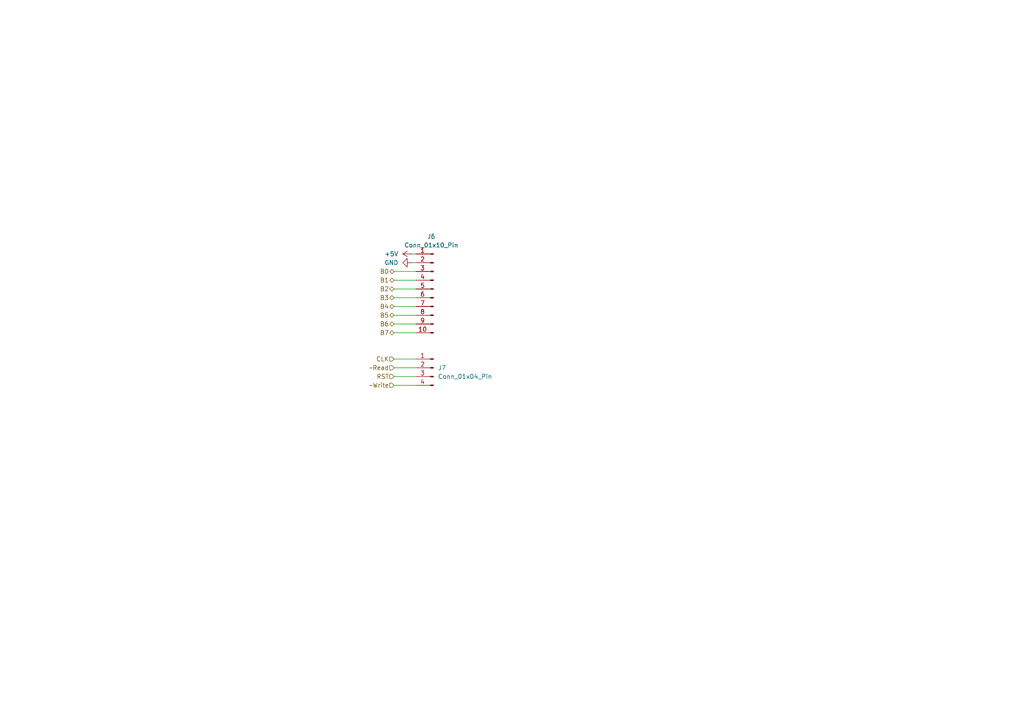
<source format=kicad_sch>
(kicad_sch (version 20231120) (generator "eeschema") (generator_version "8.0")
  (paper "A4")
  (lib_symbols
    (symbol "Connector:Conn_01x04_Pin" (pin_names (offset 1.016) hide)
      (property "Reference" "J" (at 0 5.08 0))
      (property "Value" "Conn_01x04_Pin" (at 0 -7.62 0))
      (symbol "Conn_01x04_Pin_1_1"
        (polyline (pts (xy 1.27 -5.08) (xy 0.8636 -5.08)) (stroke (width 0.1524)))
        (polyline (pts (xy 1.27 -2.54) (xy 0.8636 -2.54)) (stroke (width 0.1524)))
        (polyline (pts (xy 1.27 0) (xy 0.8636 0)) (stroke (width 0.1524)))
        (polyline (pts (xy 1.27 2.54) (xy 0.8636 2.54)) (stroke (width 0.1524)))
        (rectangle (start 0.8636 -4.953) (end 0 -5.207) (stroke (width 0.1524)) (fill (type outline)))
        (rectangle (start 0.8636 -2.413) (end 0 -2.667) (stroke (width 0.1524)) (fill (type outline)))
        (rectangle (start 0.8636 0.127) (end 0 -0.127) (stroke (width 0.1524)) (fill (type outline)))
        (rectangle (start 0.8636 2.667) (end 0 2.413) (stroke (width 0.1524)) (fill (type outline)))
        (pin passive line (at 5.08 2.54 180) (length 3.81) (name "Pin_1") (number "1"))
        (pin passive line (at 5.08 0 180) (length 3.81) (name "Pin_2") (number "2"))
        (pin passive line (at 5.08 -2.54 180) (length 3.81) (name "Pin_3") (number "3"))
        (pin passive line (at 5.08 -5.08 180) (length 3.81) (name "Pin_4") (number "4"))
      )
    )
    (symbol "Connector:Conn_01x10_Pin" (pin_names (offset 1.016) hide)
      (property "Reference" "J" (at 0 12.7 0))
      (property "Value" "Conn_01x10_Pin" (at 0 -15.24 0))
      (symbol "Conn_01x10_Pin_1_1"
        (polyline (pts (xy 1.27 -12.7) (xy 0.8636 -12.7)) (stroke (width 0.1524)))
        (polyline (pts (xy 1.27 -10.16) (xy 0.8636 -10.16)) (stroke (width 0.1524)))
        (polyline (pts (xy 1.27 -7.62) (xy 0.8636 -7.62)) (stroke (width 0.1524)))
        (polyline (pts (xy 1.27 -5.08) (xy 0.8636 -5.08)) (stroke (width 0.1524)))
        (polyline (pts (xy 1.27 -2.54) (xy 0.8636 -2.54)) (stroke (width 0.1524)))
        (polyline (pts (xy 1.27 0) (xy 0.8636 0)) (stroke (width 0.1524)))
        (polyline (pts (xy 1.27 2.54) (xy 0.8636 2.54)) (stroke (width 0.1524)))
        (polyline (pts (xy 1.27 5.08) (xy 0.8636 5.08)) (stroke (width 0.1524)))
        (polyline (pts (xy 1.27 7.62) (xy 0.8636 7.62)) (stroke (width 0.1524)))
        (polyline (pts (xy 1.27 10.16) (xy 0.8636 10.16)) (stroke (width 0.1524)))
        (rectangle (start 0.8636 -12.573) (end 0 -12.827) (stroke (width 0.1524)) (fill (type outline)))
        (rectangle (start 0.8636 -10.033) (end 0 -10.287) (stroke (width 0.1524)) (fill (type outline)))
        (rectangle (start 0.8636 -7.493) (end 0 -7.747) (stroke (width 0.1524)) (fill (type outline)))
        (rectangle (start 0.8636 -4.953) (end 0 -5.207) (stroke (width 0.1524)) (fill (type outline)))
        (rectangle (start 0.8636 -2.413) (end 0 -2.667) (stroke (width 0.1524)) (fill (type outline)))
        (rectangle (start 0.8636 0.127) (end 0 -0.127) (stroke (width 0.1524)) (fill (type outline)))
        (rectangle (start 0.8636 2.667) (end 0 2.413) (stroke (width 0.1524)) (fill (type outline)))
        (rectangle (start 0.8636 5.207) (end 0 4.953) (stroke (width 0.1524)) (fill (type outline)))
        (rectangle (start 0.8636 7.747) (end 0 7.493) (stroke (width 0.1524)) (fill (type outline)))
        (rectangle (start 0.8636 10.287) (end 0 10.033) (stroke (width 0.1524)) (fill (type outline)))
        (pin passive line (at 5.08 10.16 180) (length 3.81) (name "Pin_1") (number "1"))
        (pin passive line (at 5.08 -12.7 180) (length 3.81) (name "Pin_10") (number "10"))
        (pin passive line (at 5.08 7.62 180) (length 3.81) (name "Pin_2") (number "2"))
        (pin passive line (at 5.08 5.08 180) (length 3.81) (name "Pin_3") (number "3"))
        (pin passive line (at 5.08 2.54 180) (length 3.81) (name "Pin_4") (number "4"))
        (pin passive line (at 5.08 0 180) (length 3.81) (name "Pin_5") (number "5"))
        (pin passive line (at 5.08 -2.54 180) (length 3.81) (name "Pin_6") (number "6"))
        (pin passive line (at 5.08 -5.08 180) (length 3.81) (name "Pin_7") (number "7"))
        (pin passive line (at 5.08 -7.62 180) (length 3.81) (name "Pin_8") (number "8"))
        (pin passive line (at 5.08 -10.16 180) (length 3.81) (name "Pin_9") (number "9"))
      )
    )
    (symbol "power:+5V" (power) (pin_numbers hide) (pin_names (offset 0) hide)
      (property "Value" "+5V" (at 0 3.556 0))
      (symbol "+5V_0_1"
        (polyline (pts (xy -0.762 1.27) (xy 0 2.54)))
        (polyline (pts (xy 0 0) (xy 0 2.54)))
        (polyline (pts (xy 0 2.54) (xy 0.762 1.27)))
      )
      (symbol "+5V_1_1"
        (pin power_in line (at 0 0 90) (length 0) (name "~") (number "1"))
      )
    )
    (symbol "power:GND" (power) (pin_numbers hide) (pin_names (offset 0) hide)
      (property "Value" "GND" (at 0 -3.81 0))
      (symbol "GND_0_1"
        (polyline (pts (xy 0 0) (xy 0 -1.27) (xy 1.27 -1.27) (xy 0 -2.54) (xy -1.27 -1.27) (xy 0 -1.27)))
      )
      (symbol "GND_1_1"
        (pin power_in line (at 0 0 270) (length 0) (name "~") (number "1"))
      )
    )
  )
  (wire (pts (xy 114.3 106.68) (xy 120.65 106.68)))
  (wire (pts (xy 120.65 96.52) (xy 114.3 96.52)))
  (wire (pts (xy 114.3 111.76) (xy 120.65 111.76)))
  (wire (pts (xy 120.65 88.9) (xy 114.3 88.9)))
  (wire (pts (xy 120.65 78.74) (xy 114.3 78.74)))
  (wire (pts (xy 114.3 104.14) (xy 120.65 104.14)))
  (wire (pts (xy 119.38 73.66) (xy 120.65 73.66)))
  (wire (pts (xy 120.65 91.44) (xy 114.3 91.44)))
  (wire (pts (xy 120.65 86.36) (xy 114.3 86.36)))
  (wire (pts (xy 120.65 93.98) (xy 114.3 93.98)))
  (wire (pts (xy 120.65 83.82) (xy 114.3 83.82)))
  (wire (pts (xy 114.3 109.22) (xy 120.65 109.22)))
  (wire (pts (xy 120.65 76.2) (xy 119.38 76.2)))
  (wire (pts (xy 120.65 81.28) (xy 114.3 81.28)))
  (hierarchical_label "B0" (shape bidirectional) (at 114.3 78.74 180))
  (hierarchical_label "CLK" (shape input) (at 114.3 104.14 180))
  (hierarchical_label "B5" (shape bidirectional) (at 114.3 91.44 180))
  (hierarchical_label "~Write" (shape input) (at 114.3 111.76 180))
  (hierarchical_label "B1" (shape bidirectional) (at 114.3 81.28 180))
  (hierarchical_label "B6" (shape bidirectional) (at 114.3 93.98 180))
  (hierarchical_label "B4" (shape bidirectional) (at 114.3 88.9 180))
  (hierarchical_label "B7" (shape bidirectional) (at 114.3 96.52 180))
  (hierarchical_label "B3" (shape bidirectional) (at 114.3 86.36 180))
  (hierarchical_label "~Read" (shape input) (at 114.3 106.68 180))
  (hierarchical_label "RST" (shape input) (at 114.3 109.22 180))
  (hierarchical_label "B2" (shape bidirectional) (at 114.3 83.82 180))
  (symbol (lib_id "power:+5V") (at 119.38 73.66 90) (mirror x) (unit 1)
    (property "Reference" "#PWR09" (effects (hide yes)))
    (property "Value" "+5V" (at 115.57 73.6599 90) (effects (justify left)))
    (property "Description" "Power symbol creates a global label with name \"+5V\"" (effects (hide yes)))
  )
  (symbol (lib_id "Connector:Conn_01x04_Pin") (at 125.73 106.68 0) (mirror y) (unit 1)
    (property "Reference" "J7" (at 127 106.6799 0) (effects (justify right)))
    (property "Value" "Conn_01x04_Pin" (at 127 109.2199 0) (effects (justify right)))
    (property "Footprint" "Connector_PinHeader_2.54mm:PinHeader_1x04_P2.54mm_Vertical" (effects (hide yes)))
    (property "Description" "Generic connector, single row, 01x04, script generated" (effects (hide yes)))
  )
  (symbol (lib_id "Connector:Conn_01x10_Pin") (at 125.73 83.82 0) (mirror y) (unit 1)
    (property "Reference" "J6" (at 125.095 68.58 0))
    (property "Value" "Conn_01x10_Pin" (at 125.095 71.12 0))
    (property "Footprint" "Connector_PinHeader_2.54mm:PinHeader_1x10_P2.54mm_Vertical" (effects (hide yes)))
    (property "Description" "Generic connector, single row, 01x10, script generated" (effects (hide yes)))
  )
  (symbol (lib_id "power:GND") (at 119.38 76.2 270) (mirror x) (unit 1)
    (property "Reference" "#PWR010" (effects (hide yes)))
    (property "Value" "GND" (at 115.57 76.1999 90) (effects (justify right)))
    (property "Description" "Power symbol creates a global label with name \"GND\" , ground" (effects (hide yes)))
  )
)
</source>
